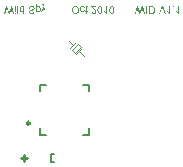
<source format=gbo>
%FSLAX25Y25*%
%MOIN*%
G70*
G01*
G75*
G04 Layer_Color=32896*
%ADD10R,0.12992X0.12992*%
%ADD11O,0.02756X0.00984*%
%ADD12O,0.00984X0.02756*%
%ADD13R,0.02953X0.03543*%
%ADD14R,0.02362X0.02362*%
%ADD15R,0.04134X0.05906*%
%ADD16R,0.02362X0.02362*%
%ADD17R,0.04724X0.02362*%
%ADD18C,0.00600*%
%ADD19C,0.01000*%
%ADD20C,0.00800*%
%ADD21C,0.02000*%
%ADD22R,0.01575X0.00192*%
%ADD23R,0.00353X0.00189*%
%ADD24C,0.03937*%
%ADD25R,0.03937X0.03937*%
%ADD26R,0.03937X0.03937*%
%ADD27C,0.02400*%
%ADD28C,0.04000*%
%ADD29R,0.13000X0.57500*%
%ADD30C,0.04362*%
G04:AMPARAMS|DCode=31|XSize=47.622mil|YSize=47.622mil|CornerRadius=0mil|HoleSize=0mil|Usage=FLASHONLY|Rotation=0.000|XOffset=0mil|YOffset=0mil|HoleType=Round|Shape=Relief|Width=10mil|Gap=4mil|Entries=4|*
%AMTHD31*
7,0,0,0.04762,0.03962,0.01000,45*
%
%ADD31THD31*%
%ADD32C,0.03200*%
G04:AMPARAMS|DCode=33|XSize=36mil|YSize=36mil|CornerRadius=0mil|HoleSize=0mil|Usage=FLASHONLY|Rotation=0.000|XOffset=0mil|YOffset=0mil|HoleType=Round|Shape=Relief|Width=10mil|Gap=4mil|Entries=4|*
%AMTHD33*
7,0,0,0.03600,0.02800,0.01000,45*
%
%ADD33THD33*%
%ADD34R,0.10000X0.04000*%
%ADD35O,0.01181X0.03150*%
%ADD36O,0.03150X0.01181*%
%ADD37R,0.07480X0.04331*%
%ADD38R,0.00503X0.00180*%
%ADD39R,0.00237X0.00346*%
%ADD40R,0.00628X0.00256*%
%ADD41R,0.00542X0.00559*%
%ADD42R,0.00369X0.00562*%
%ADD43C,0.00984*%
%ADD44C,0.00787*%
%ADD45R,0.08992X0.08992*%
%ADD46R,0.13792X0.13792*%
%ADD47O,0.03256X0.01484*%
%ADD48O,0.01484X0.03256*%
%ADD49R,0.03753X0.04343*%
%ADD50R,0.03162X0.03162*%
%ADD51R,0.04934X0.06706*%
%ADD52R,0.03162X0.03162*%
%ADD53R,0.05524X0.03162*%
%ADD54C,0.04737*%
%ADD55R,0.04737X0.04737*%
%ADD56R,0.04737X0.04737*%
%ADD57R,0.10800X0.04800*%
%ADD58O,0.01981X0.03950*%
%ADD59O,0.03950X0.01981*%
%ADD60R,0.08280X0.05131*%
%ADD61C,0.00492*%
G36*
X836690Y422200D02*
X835430D01*
X835473Y422137D01*
X835516Y422087D01*
X835536Y422063D01*
X835551Y422048D01*
X835559Y422036D01*
X835563Y422032D01*
X835582Y422013D01*
X835602Y421993D01*
X835653Y421946D01*
X835715Y421892D01*
X835773Y421837D01*
X835832Y421786D01*
X835879Y421747D01*
X835898Y421732D01*
X835914Y421720D01*
X835922Y421712D01*
X835926Y421708D01*
X835988Y421654D01*
X836043Y421607D01*
X836097Y421560D01*
X836144Y421517D01*
X836187Y421474D01*
X836226Y421439D01*
X836265Y421404D01*
X836296Y421373D01*
X836323Y421346D01*
X836347Y421322D01*
X836382Y421287D01*
X836401Y421264D01*
X836409Y421256D01*
X836460Y421194D01*
X836507Y421139D01*
X836542Y421084D01*
X836569Y421037D01*
X836592Y420998D01*
X836608Y420971D01*
X836616Y420952D01*
X836620Y420944D01*
X836643Y420889D01*
X836659Y420835D01*
X836670Y420784D01*
X836678Y420737D01*
X836682Y420698D01*
X836686Y420667D01*
Y420647D01*
Y420640D01*
X836682Y420585D01*
X836678Y420531D01*
X836651Y420433D01*
X836616Y420347D01*
X836577Y420273D01*
X836538Y420215D01*
X836518Y420191D01*
X836503Y420168D01*
X836487Y420152D01*
X836475Y420141D01*
X836472Y420137D01*
X836468Y420133D01*
X836425Y420098D01*
X836382Y420062D01*
X836335Y420035D01*
X836284Y420012D01*
X836187Y419977D01*
X836093Y419953D01*
X836050Y419942D01*
X836011Y419938D01*
X835976Y419934D01*
X835945Y419930D01*
X835918Y419926D01*
X835883D01*
X835816Y419930D01*
X835754Y419934D01*
X835637Y419957D01*
X835586Y419969D01*
X835536Y419984D01*
X835493Y420004D01*
X835454Y420020D01*
X835419Y420039D01*
X835387Y420055D01*
X835360Y420074D01*
X835337Y420086D01*
X835321Y420098D01*
X835309Y420109D01*
X835302Y420113D01*
X835298Y420117D01*
X835259Y420156D01*
X835227Y420195D01*
X835169Y420285D01*
X835126Y420374D01*
X835095Y420464D01*
X835071Y420542D01*
X835068Y420577D01*
X835060Y420609D01*
X835056Y420632D01*
X835052Y420651D01*
Y420663D01*
Y420667D01*
X835376Y420702D01*
X835384Y420616D01*
X835399Y420542D01*
X835419Y420480D01*
X835446Y420425D01*
X835469Y420382D01*
X835493Y420351D01*
X835508Y420335D01*
X835512Y420328D01*
X835567Y420281D01*
X835625Y420246D01*
X835688Y420222D01*
X835746Y420203D01*
X835797Y420195D01*
X835836Y420191D01*
X835851Y420187D01*
X835875D01*
X835953Y420191D01*
X836023Y420207D01*
X836082Y420226D01*
X836132Y420250D01*
X836171Y420277D01*
X836203Y420296D01*
X836218Y420312D01*
X836226Y420316D01*
X836273Y420367D01*
X836304Y420421D01*
X836327Y420472D01*
X836347Y420523D01*
X836355Y420566D01*
X836359Y420601D01*
X836362Y420624D01*
Y420628D01*
Y420632D01*
X836355Y420698D01*
X836339Y420768D01*
X836316Y420831D01*
X836288Y420889D01*
X836261Y420940D01*
X836238Y420979D01*
X836230Y420995D01*
X836222Y421006D01*
X836214Y421010D01*
Y421014D01*
X836183Y421053D01*
X836148Y421096D01*
X836109Y421139D01*
X836062Y421182D01*
X835968Y421272D01*
X835875Y421361D01*
X835789Y421435D01*
X835750Y421470D01*
X835715Y421498D01*
X835688Y421525D01*
X835668Y421541D01*
X835653Y421552D01*
X835649Y421556D01*
X835555Y421638D01*
X835469Y421712D01*
X835399Y421778D01*
X835341Y421833D01*
X835294Y421880D01*
X835263Y421915D01*
X835243Y421938D01*
X835235Y421942D01*
Y421946D01*
X835185Y422009D01*
X835146Y422067D01*
X835107Y422126D01*
X835079Y422176D01*
X835056Y422223D01*
X835040Y422254D01*
X835032Y422278D01*
X835029Y422282D01*
Y422286D01*
X835017Y422325D01*
X835005Y422364D01*
X835001Y422399D01*
X834997Y422430D01*
X834993Y422457D01*
Y422480D01*
Y422496D01*
Y422500D01*
X836690D01*
Y422200D01*
D02*
G37*
G36*
X859840Y419907D02*
X859497D01*
X858803Y421767D01*
X858775Y421845D01*
X858748Y421923D01*
X858725Y421993D01*
X858705Y422055D01*
X858689Y422110D01*
X858678Y422153D01*
X858674Y422168D01*
X858670Y422180D01*
X858666Y422184D01*
Y422188D01*
X858623Y422040D01*
X858600Y421970D01*
X858576Y421903D01*
X858557Y421849D01*
X858545Y421806D01*
X858537Y421790D01*
X858533Y421778D01*
X858530Y421771D01*
Y421767D01*
X857867Y419907D01*
X857496D01*
X858491Y422469D01*
X858838D01*
X859840Y419907D01*
D02*
G37*
G36*
X852792Y419895D02*
X852448D01*
X852051Y421545D01*
X852023Y421658D01*
X851996Y421763D01*
X851976Y421860D01*
X851957Y421942D01*
X851949Y421977D01*
X851941Y422009D01*
X851937Y422036D01*
X851930Y422059D01*
X851926Y422079D01*
Y422090D01*
X851922Y422098D01*
Y422102D01*
X851895Y421942D01*
X851863Y421782D01*
X851828Y421626D01*
X851813Y421556D01*
X851797Y421490D01*
X851781Y421427D01*
X851770Y421369D01*
X851754Y421318D01*
X851746Y421275D01*
X851735Y421240D01*
X851731Y421217D01*
X851723Y421197D01*
Y421194D01*
X851356Y419895D01*
X850947D01*
X850459Y421626D01*
X850455Y421642D01*
X850452Y421665D01*
X850444Y421697D01*
X850436Y421728D01*
X850416Y421806D01*
X850397Y421888D01*
X850374Y421970D01*
X850366Y422005D01*
X850358Y422036D01*
X850350Y422063D01*
X850346Y422083D01*
X850342Y422098D01*
Y422102D01*
X850323Y422005D01*
X850307Y421911D01*
X850288Y421821D01*
X850272Y421743D01*
X850257Y421677D01*
X850249Y421650D01*
X850245Y421623D01*
X850241Y421607D01*
X850237Y421591D01*
X850233Y421584D01*
Y421580D01*
X849847Y419895D01*
X849500D01*
X850171Y422457D01*
X850526D01*
X851064Y420507D01*
X851076Y420456D01*
X851091Y420406D01*
X851103Y420359D01*
X851115Y420308D01*
X851126Y420269D01*
X851134Y420234D01*
X851142Y420215D01*
Y420207D01*
X851146Y420219D01*
X851150Y420234D01*
X851161Y420277D01*
X851173Y420324D01*
X851189Y420378D01*
X851200Y420425D01*
X851212Y420468D01*
X851216Y420484D01*
X851220Y420495D01*
X851224Y420503D01*
Y420507D01*
X851762Y422457D01*
X852094D01*
X852792Y419895D01*
D02*
G37*
G36*
X832146Y422539D02*
X832201Y422535D01*
X832299Y422516D01*
X832388Y422484D01*
X832462Y422453D01*
X832521Y422422D01*
X832544Y422406D01*
X832568Y422391D01*
X832583Y422379D01*
X832595Y422371D01*
X832599Y422364D01*
X832603D01*
X832673Y422289D01*
X832732Y422211D01*
X832778Y422126D01*
X832813Y422048D01*
X832837Y421974D01*
X832845Y421942D01*
X832852Y421915D01*
X832856Y421896D01*
X832860Y421880D01*
X832864Y421868D01*
Y421864D01*
X832556Y421821D01*
X832540Y421903D01*
X832517Y421977D01*
X832490Y422036D01*
X832462Y422087D01*
X832439Y422126D01*
X832416Y422149D01*
X832400Y422168D01*
X832396Y422172D01*
X832349Y422211D01*
X832299Y422239D01*
X832244Y422258D01*
X832197Y422270D01*
X832154Y422278D01*
X832119Y422286D01*
X832088D01*
X832045Y422282D01*
X832006Y422278D01*
X831936Y422258D01*
X831870Y422231D01*
X831819Y422200D01*
X831776Y422172D01*
X831745Y422145D01*
X831725Y422126D01*
X831717Y422118D01*
X831694Y422083D01*
X831671Y422044D01*
X831636Y421962D01*
X831612Y421868D01*
X831597Y421778D01*
X831585Y421700D01*
X831581Y421665D01*
Y421634D01*
X831577Y421607D01*
Y421587D01*
Y421576D01*
Y421572D01*
Y421505D01*
X831585Y421443D01*
X831589Y421385D01*
X831600Y421330D01*
X831612Y421283D01*
X831624Y421236D01*
X831636Y421197D01*
X831651Y421162D01*
X831663Y421131D01*
X831675Y421104D01*
X831686Y421080D01*
X831698Y421061D01*
X831710Y421049D01*
X831714Y421037D01*
X831721Y421030D01*
X831749Y420998D01*
X831780Y420971D01*
X831846Y420932D01*
X831909Y420901D01*
X831971Y420878D01*
X832026Y420866D01*
X832069Y420862D01*
X832084Y420858D01*
X832108D01*
X832162Y420862D01*
X832217Y420874D01*
X832260Y420889D01*
X832299Y420905D01*
X832330Y420924D01*
X832353Y420940D01*
X832369Y420952D01*
X832373Y420956D01*
X832412Y420995D01*
X832443Y421037D01*
X832470Y421084D01*
X832494Y421131D01*
X832509Y421174D01*
X832521Y421205D01*
X832525Y421229D01*
X832529Y421233D01*
Y421236D01*
X832833Y421190D01*
X832806Y421092D01*
X832771Y421002D01*
X832732Y420928D01*
X832689Y420866D01*
X832650Y420819D01*
X832618Y420784D01*
X832595Y420764D01*
X832591Y420757D01*
X832587D01*
X832513Y420706D01*
X832431Y420667D01*
X832345Y420640D01*
X832267Y420620D01*
X832197Y420609D01*
X832170Y420605D01*
X832143D01*
X832123Y420601D01*
X832092D01*
X832006Y420605D01*
X831924Y420616D01*
X831846Y420636D01*
X831784Y420655D01*
X831729Y420679D01*
X831686Y420694D01*
X831671Y420702D01*
X831659Y420710D01*
X831655Y420714D01*
X831651D01*
X831581Y420761D01*
X831519Y420815D01*
X831468Y420870D01*
X831425Y420924D01*
X831394Y420975D01*
X831370Y421014D01*
X831363Y421030D01*
X831355Y421041D01*
X831351Y421049D01*
Y421053D01*
X831320Y421139D01*
X831296Y421233D01*
X831277Y421318D01*
X831265Y421400D01*
X831257Y421474D01*
Y421502D01*
X831253Y421529D01*
Y421548D01*
Y421568D01*
Y421576D01*
Y421580D01*
X831257Y421665D01*
X831265Y421743D01*
X831273Y421821D01*
X831289Y421888D01*
X831308Y421954D01*
X831328Y422013D01*
X831347Y422067D01*
X831370Y422114D01*
X831390Y422157D01*
X831409Y422192D01*
X831429Y422223D01*
X831448Y422250D01*
X831464Y422270D01*
X831472Y422286D01*
X831480Y422293D01*
X831483Y422297D01*
X831530Y422340D01*
X831577Y422379D01*
X831624Y422410D01*
X831675Y422438D01*
X831725Y422461D01*
X831776Y422484D01*
X831874Y422512D01*
X831920Y422523D01*
X831959Y422531D01*
X831998Y422535D01*
X832030Y422539D01*
X832057Y422543D01*
X832092D01*
X832146Y422539D01*
D02*
G37*
G36*
X840200Y419926D02*
X839993D01*
X839958Y419988D01*
X839915Y420051D01*
X839869Y420109D01*
X839822Y420164D01*
X839779Y420207D01*
X839744Y420242D01*
X839720Y420265D01*
X839716Y420269D01*
X839713Y420273D01*
X839638Y420335D01*
X839560Y420394D01*
X839482Y420445D01*
X839412Y420488D01*
X839350Y420523D01*
X839322Y420534D01*
X839299Y420546D01*
X839283Y420558D01*
X839268Y420566D01*
X839260Y420570D01*
X839256D01*
Y420878D01*
X839311Y420854D01*
X839369Y420827D01*
X839424Y420803D01*
X839475Y420776D01*
X839517Y420753D01*
X839553Y420733D01*
X839576Y420718D01*
X839580Y420714D01*
X839584D01*
X839650Y420675D01*
X839709Y420632D01*
X839759Y420597D01*
X839802Y420562D01*
X839837Y420534D01*
X839865Y420515D01*
X839880Y420499D01*
X839884Y420495D01*
Y422500D01*
X840200D01*
Y419926D01*
D02*
G37*
G36*
X841939Y422535D02*
X842029Y422519D01*
X842107Y422496D01*
X842177Y422469D01*
X842228Y422441D01*
X842271Y422418D01*
X842283Y422406D01*
X842294Y422402D01*
X842298Y422395D01*
X842302D01*
X842368Y422332D01*
X842423Y422262D01*
X842470Y422192D01*
X842509Y422122D01*
X842540Y422059D01*
X842552Y422036D01*
X842563Y422013D01*
X842571Y421993D01*
X842575Y421977D01*
X842579Y421970D01*
Y421966D01*
X842595Y421911D01*
X842610Y421856D01*
X842634Y421736D01*
X842649Y421615D01*
X842661Y421498D01*
X842665Y421443D01*
X842669Y421392D01*
Y421349D01*
X842673Y421311D01*
Y421279D01*
Y421256D01*
Y421240D01*
Y421236D01*
X842669Y421100D01*
Y421041D01*
X842665Y420983D01*
X842661Y420928D01*
X842653Y420878D01*
X842649Y420835D01*
X842645Y420792D01*
X842638Y420757D01*
X842634Y420722D01*
X842630Y420694D01*
X842622Y420675D01*
X842618Y420655D01*
Y420644D01*
X842614Y420636D01*
Y420632D01*
X842591Y420550D01*
X842563Y420476D01*
X842536Y420410D01*
X842513Y420355D01*
X842489Y420312D01*
X842470Y420277D01*
X842458Y420258D01*
X842454Y420250D01*
X842415Y420195D01*
X842372Y420148D01*
X842329Y420105D01*
X842290Y420070D01*
X842251Y420047D01*
X842224Y420027D01*
X842205Y420016D01*
X842197Y420012D01*
X842138Y419984D01*
X842076Y419961D01*
X842013Y419945D01*
X841959Y419938D01*
X841912Y419930D01*
X841873Y419926D01*
X841838D01*
X841737Y419934D01*
X841647Y419949D01*
X841565Y419973D01*
X841499Y420000D01*
X841444Y420031D01*
X841405Y420055D01*
X841389Y420062D01*
X841378Y420070D01*
X841374Y420078D01*
X841370D01*
X841304Y420141D01*
X841249Y420207D01*
X841202Y420277D01*
X841163Y420347D01*
X841132Y420410D01*
X841120Y420437D01*
X841113Y420460D01*
X841105Y420480D01*
X841097Y420495D01*
X841093Y420503D01*
Y420507D01*
X841078Y420562D01*
X841062Y420616D01*
X841042Y420737D01*
X841027Y420858D01*
X841015Y420975D01*
X841011Y421030D01*
X841007Y421080D01*
Y421123D01*
X841003Y421162D01*
Y421194D01*
Y421217D01*
Y421233D01*
Y421236D01*
X841007Y421365D01*
X841015Y421490D01*
X841027Y421599D01*
X841042Y421704D01*
X841062Y421798D01*
X841081Y421884D01*
X841105Y421962D01*
X841128Y422028D01*
X841152Y422090D01*
X841175Y422141D01*
X841195Y422184D01*
X841214Y422219D01*
X841230Y422247D01*
X841241Y422266D01*
X841249Y422278D01*
X841253Y422282D01*
X841296Y422328D01*
X841339Y422367D01*
X841386Y422402D01*
X841436Y422434D01*
X841483Y422457D01*
X841534Y422480D01*
X841627Y422512D01*
X841670Y422519D01*
X841709Y422527D01*
X841744Y422535D01*
X841776Y422539D01*
X841803Y422543D01*
X841838D01*
X841939Y422535D01*
D02*
G37*
G36*
X864188Y419895D02*
X863982D01*
X863947Y419957D01*
X863904Y420020D01*
X863857Y420078D01*
X863810Y420133D01*
X863767Y420176D01*
X863732Y420211D01*
X863709Y420234D01*
X863705Y420238D01*
X863701Y420242D01*
X863627Y420304D01*
X863549Y420363D01*
X863471Y420413D01*
X863401Y420456D01*
X863338Y420492D01*
X863311Y420503D01*
X863288Y420515D01*
X863272Y420527D01*
X863256Y420534D01*
X863249Y420538D01*
X863245D01*
Y420846D01*
X863299Y420823D01*
X863358Y420796D01*
X863412Y420772D01*
X863463Y420745D01*
X863506Y420722D01*
X863541Y420702D01*
X863564Y420686D01*
X863568Y420683D01*
X863572D01*
X863639Y420644D01*
X863697Y420601D01*
X863748Y420566D01*
X863791Y420531D01*
X863826Y420503D01*
X863853Y420484D01*
X863869Y420468D01*
X863873Y420464D01*
Y422469D01*
X864188D01*
Y419895D01*
D02*
G37*
G36*
X861205D02*
X860998D01*
X860963Y419957D01*
X860920Y420020D01*
X860874Y420078D01*
X860827Y420133D01*
X860784Y420176D01*
X860749Y420211D01*
X860725Y420234D01*
X860721Y420238D01*
X860717Y420242D01*
X860643Y420304D01*
X860565Y420363D01*
X860487Y420413D01*
X860417Y420456D01*
X860355Y420492D01*
X860328Y420503D01*
X860304Y420515D01*
X860289Y420527D01*
X860273Y420534D01*
X860265Y420538D01*
X860261D01*
Y420846D01*
X860316Y420823D01*
X860374Y420796D01*
X860429Y420772D01*
X860480Y420745D01*
X860522Y420722D01*
X860558Y420702D01*
X860581Y420686D01*
X860585Y420683D01*
X860589D01*
X860655Y420644D01*
X860714Y420601D01*
X860764Y420566D01*
X860807Y420531D01*
X860842Y420503D01*
X860870Y420484D01*
X860885Y420468D01*
X860889Y420464D01*
Y422469D01*
X861205D01*
Y419895D01*
D02*
G37*
G36*
X862543Y422110D02*
X862184D01*
Y422469D01*
X862543D01*
Y422110D01*
D02*
G37*
G36*
X837961Y422535D02*
X838051Y422519D01*
X838129Y422496D01*
X838199Y422469D01*
X838250Y422441D01*
X838293Y422418D01*
X838305Y422406D01*
X838316Y422402D01*
X838320Y422395D01*
X838324D01*
X838390Y422332D01*
X838445Y422262D01*
X838492Y422192D01*
X838531Y422122D01*
X838562Y422059D01*
X838574Y422036D01*
X838585Y422013D01*
X838593Y421993D01*
X838597Y421977D01*
X838601Y421970D01*
Y421966D01*
X838617Y421911D01*
X838632Y421856D01*
X838656Y421736D01*
X838671Y421615D01*
X838683Y421498D01*
X838687Y421443D01*
X838691Y421392D01*
Y421349D01*
X838695Y421311D01*
Y421279D01*
Y421256D01*
Y421240D01*
Y421236D01*
X838691Y421100D01*
Y421041D01*
X838687Y420983D01*
X838683Y420928D01*
X838675Y420878D01*
X838671Y420835D01*
X838667Y420792D01*
X838659Y420757D01*
X838656Y420722D01*
X838652Y420694D01*
X838644Y420675D01*
X838640Y420655D01*
Y420644D01*
X838636Y420636D01*
Y420632D01*
X838613Y420550D01*
X838585Y420476D01*
X838558Y420410D01*
X838535Y420355D01*
X838511Y420312D01*
X838492Y420277D01*
X838480Y420258D01*
X838476Y420250D01*
X838437Y420195D01*
X838394Y420148D01*
X838351Y420105D01*
X838312Y420070D01*
X838273Y420047D01*
X838246Y420027D01*
X838227Y420016D01*
X838219Y420012D01*
X838160Y419984D01*
X838098Y419961D01*
X838035Y419945D01*
X837981Y419938D01*
X837934Y419930D01*
X837895Y419926D01*
X837860D01*
X837759Y419934D01*
X837669Y419949D01*
X837587Y419973D01*
X837521Y420000D01*
X837466Y420031D01*
X837427Y420055D01*
X837411Y420062D01*
X837400Y420070D01*
X837396Y420078D01*
X837392D01*
X837326Y420141D01*
X837271Y420207D01*
X837224Y420277D01*
X837185Y420347D01*
X837154Y420410D01*
X837142Y420437D01*
X837135Y420460D01*
X837127Y420480D01*
X837119Y420495D01*
X837115Y420503D01*
Y420507D01*
X837099Y420562D01*
X837084Y420616D01*
X837064Y420737D01*
X837049Y420858D01*
X837037Y420975D01*
X837033Y421030D01*
X837029Y421080D01*
Y421123D01*
X837025Y421162D01*
Y421194D01*
Y421217D01*
Y421233D01*
Y421236D01*
X837029Y421365D01*
X837037Y421490D01*
X837049Y421599D01*
X837064Y421704D01*
X837084Y421798D01*
X837103Y421884D01*
X837127Y421962D01*
X837150Y422028D01*
X837174Y422090D01*
X837197Y422141D01*
X837216Y422184D01*
X837236Y422219D01*
X837252Y422247D01*
X837263Y422266D01*
X837271Y422278D01*
X837275Y422282D01*
X837318Y422328D01*
X837361Y422367D01*
X837408Y422402D01*
X837458Y422434D01*
X837505Y422457D01*
X837556Y422480D01*
X837649Y422512D01*
X837692Y422519D01*
X837731Y422527D01*
X837766Y422535D01*
X837798Y422539D01*
X837825Y422543D01*
X837860D01*
X837961Y422535D01*
D02*
G37*
G36*
X829846D02*
X829963Y422519D01*
X830068Y422492D01*
X830157Y422465D01*
X830200Y422449D01*
X830235Y422438D01*
X830267Y422422D01*
X830294Y422410D01*
X830317Y422402D01*
X830333Y422395D01*
X830341Y422387D01*
X830345D01*
X830446Y422321D01*
X830536Y422247D01*
X830614Y422168D01*
X830676Y422094D01*
X830723Y422028D01*
X830742Y421997D01*
X830762Y421974D01*
X830774Y421950D01*
X830781Y421935D01*
X830789Y421927D01*
Y421923D01*
X830844Y421806D01*
X830883Y421685D01*
X830910Y421568D01*
X830930Y421459D01*
X830937Y421408D01*
X830941Y421365D01*
X830945Y421326D01*
Y421291D01*
X830949Y421264D01*
Y421240D01*
Y421229D01*
Y421225D01*
X830941Y421084D01*
X830926Y420956D01*
X830902Y420839D01*
X830887Y420788D01*
X830875Y420737D01*
X830859Y420694D01*
X830844Y420655D01*
X830832Y420620D01*
X830820Y420593D01*
X830813Y420570D01*
X830805Y420554D01*
X830797Y420542D01*
Y420538D01*
X830735Y420429D01*
X830668Y420335D01*
X830594Y420254D01*
X830524Y420187D01*
X830462Y420137D01*
X830434Y420113D01*
X830411Y420098D01*
X830392Y420082D01*
X830376Y420074D01*
X830368Y420066D01*
X830364D01*
X830310Y420035D01*
X830255Y420008D01*
X830146Y419969D01*
X830037Y419938D01*
X829939Y419914D01*
X829892Y419910D01*
X829853Y419903D01*
X829814Y419899D01*
X829783D01*
X829760Y419895D01*
X829725D01*
X829627Y419899D01*
X829530Y419910D01*
X829440Y419930D01*
X829358Y419949D01*
X829280Y419981D01*
X829206Y420008D01*
X829140Y420043D01*
X829077Y420074D01*
X829023Y420109D01*
X828976Y420144D01*
X828937Y420172D01*
X828902Y420199D01*
X828874Y420222D01*
X828855Y420242D01*
X828843Y420254D01*
X828839Y420258D01*
X828781Y420328D01*
X828726Y420402D01*
X828683Y420484D01*
X828644Y420566D01*
X828609Y420647D01*
X828582Y420729D01*
X828562Y420811D01*
X828543Y420889D01*
X828527Y420967D01*
X828520Y421034D01*
X828512Y421096D01*
X828504Y421151D01*
Y421194D01*
X828500Y421229D01*
Y421248D01*
Y421256D01*
X828508Y421381D01*
X828523Y421498D01*
X828547Y421607D01*
X828559Y421654D01*
X828574Y421700D01*
X828586Y421743D01*
X828598Y421782D01*
X828609Y421814D01*
X828621Y421841D01*
X828633Y421864D01*
X828636Y421880D01*
X828644Y421892D01*
Y421896D01*
X828707Y422001D01*
X828773Y422098D01*
X828847Y422176D01*
X828917Y422247D01*
X828980Y422301D01*
X829007Y422321D01*
X829030Y422340D01*
X829050Y422352D01*
X829066Y422364D01*
X829073Y422367D01*
X829077Y422371D01*
X829132Y422402D01*
X829186Y422426D01*
X829300Y422469D01*
X829409Y422500D01*
X829506Y422519D01*
X829553Y422527D01*
X829596Y422535D01*
X829631Y422539D01*
X829662D01*
X829690Y422543D01*
X829725D01*
X829846Y422535D01*
D02*
G37*
G36*
X809888Y420644D02*
X809572D01*
Y422500D01*
X809888D01*
Y420644D01*
D02*
G37*
G36*
X816846Y422313D02*
X816877Y422348D01*
X816912Y422383D01*
X816943Y422410D01*
X816978Y422434D01*
X817006Y422453D01*
X817029Y422469D01*
X817045Y422477D01*
X817049Y422480D01*
X817095Y422500D01*
X817146Y422516D01*
X817193Y422527D01*
X817236Y422535D01*
X817275Y422539D01*
X817302Y422543D01*
X817330D01*
X817408Y422539D01*
X817486Y422523D01*
X817552Y422504D01*
X817614Y422480D01*
X817665Y422461D01*
X817704Y422441D01*
X817719Y422434D01*
X817731Y422426D01*
X817735Y422422D01*
X817739D01*
X817809Y422371D01*
X817868Y422317D01*
X817918Y422258D01*
X817961Y422204D01*
X817992Y422153D01*
X818016Y422114D01*
X818024Y422098D01*
X818032Y422087D01*
X818035Y422079D01*
Y422075D01*
X818071Y421985D01*
X818098Y421896D01*
X818113Y421810D01*
X818129Y421732D01*
X818137Y421662D01*
Y421634D01*
X818141Y421607D01*
Y421587D01*
Y421572D01*
Y421564D01*
Y421560D01*
X818137Y421463D01*
X818125Y421373D01*
X818110Y421291D01*
X818094Y421217D01*
X818078Y421158D01*
X818071Y421131D01*
X818063Y421112D01*
X818055Y421096D01*
X818051Y421084D01*
X818047Y421076D01*
Y421073D01*
X818008Y420991D01*
X817965Y420924D01*
X817918Y420862D01*
X817875Y420815D01*
X817833Y420776D01*
X817801Y420749D01*
X817778Y420729D01*
X817774Y420725D01*
X817770D01*
X817700Y420683D01*
X817630Y420651D01*
X817560Y420632D01*
X817493Y420616D01*
X817439Y420609D01*
X817392Y420601D01*
X817353D01*
X817287Y420605D01*
X817228Y420612D01*
X817177Y420624D01*
X817131Y420636D01*
X817095Y420651D01*
X817068Y420663D01*
X817053Y420671D01*
X817045Y420675D01*
X816998Y420702D01*
X816955Y420737D01*
X816916Y420772D01*
X816885Y420807D01*
X816858Y420839D01*
X816834Y420862D01*
X816823Y420878D01*
X816819Y420885D01*
Y420644D01*
X816530D01*
Y423210D01*
X816846D01*
Y422313D01*
D02*
G37*
G36*
X809292Y419938D02*
X808948D01*
X808551Y421587D01*
X808523Y421700D01*
X808496Y421806D01*
X808477Y421903D01*
X808457Y421985D01*
X808449Y422020D01*
X808441Y422051D01*
X808438Y422079D01*
X808430Y422102D01*
X808426Y422122D01*
Y422133D01*
X808422Y422141D01*
Y422145D01*
X808395Y421985D01*
X808363Y421825D01*
X808328Y421669D01*
X808313Y421599D01*
X808297Y421533D01*
X808282Y421470D01*
X808270Y421412D01*
X808254Y421361D01*
X808246Y421318D01*
X808235Y421283D01*
X808231Y421260D01*
X808223Y421240D01*
Y421236D01*
X807856Y419938D01*
X807447D01*
X806959Y421669D01*
X806956Y421685D01*
X806952Y421708D01*
X806944Y421739D01*
X806936Y421771D01*
X806917Y421849D01*
X806897Y421931D01*
X806874Y422013D01*
X806866Y422048D01*
X806858Y422079D01*
X806850Y422106D01*
X806846Y422126D01*
X806842Y422141D01*
Y422145D01*
X806823Y422048D01*
X806807Y421954D01*
X806788Y421864D01*
X806772Y421786D01*
X806757Y421720D01*
X806749Y421693D01*
X806745Y421665D01*
X806741Y421650D01*
X806737Y421634D01*
X806733Y421626D01*
Y421623D01*
X806347Y419938D01*
X806000D01*
X806671Y422500D01*
X807026D01*
X807564Y420550D01*
X807576Y420499D01*
X807591Y420449D01*
X807603Y420402D01*
X807615Y420351D01*
X807626Y420312D01*
X807634Y420277D01*
X807642Y420258D01*
Y420250D01*
X807646Y420261D01*
X807650Y420277D01*
X807661Y420320D01*
X807673Y420367D01*
X807689Y420421D01*
X807700Y420468D01*
X807712Y420511D01*
X807716Y420527D01*
X807720Y420538D01*
X807724Y420546D01*
Y420550D01*
X808262Y422500D01*
X808593D01*
X809292Y419938D01*
D02*
G37*
G36*
X853509Y419895D02*
X853170D01*
Y422457D01*
X853509D01*
Y419895D01*
D02*
G37*
G36*
X855112Y422453D02*
X855190Y422449D01*
X855260Y422441D01*
X855319Y422434D01*
X855369Y422426D01*
X855405Y422422D01*
X855428Y422414D01*
X855436D01*
X855502Y422395D01*
X855561Y422375D01*
X855611Y422356D01*
X855654Y422336D01*
X855689Y422317D01*
X855717Y422301D01*
X855736Y422293D01*
X855740Y422289D01*
X855787Y422254D01*
X855830Y422215D01*
X855873Y422176D01*
X855904Y422141D01*
X855935Y422106D01*
X855954Y422079D01*
X855970Y422063D01*
X855974Y422055D01*
X856013Y421997D01*
X856048Y421935D01*
X856079Y421872D01*
X856103Y421814D01*
X856122Y421759D01*
X856138Y421720D01*
X856142Y421704D01*
X856146Y421693D01*
X856149Y421685D01*
Y421681D01*
X856173Y421595D01*
X856188Y421505D01*
X856204Y421416D01*
X856212Y421338D01*
X856216Y421268D01*
Y421236D01*
X856220Y421213D01*
Y421190D01*
Y421174D01*
Y421166D01*
Y421162D01*
X856216Y421037D01*
X856204Y420924D01*
X856188Y420823D01*
X856177Y420776D01*
X856169Y420733D01*
X856161Y420694D01*
X856149Y420659D01*
X856142Y420628D01*
X856134Y420605D01*
X856126Y420585D01*
X856122Y420570D01*
X856118Y420562D01*
Y420558D01*
X856075Y420460D01*
X856029Y420374D01*
X855978Y420300D01*
X855927Y420238D01*
X855884Y420187D01*
X855849Y420148D01*
X855822Y420125D01*
X855818Y420117D01*
X855814D01*
X855752Y420070D01*
X855689Y420031D01*
X855627Y420000D01*
X855568Y419977D01*
X855518Y419957D01*
X855475Y419945D01*
X855459Y419938D01*
X855451D01*
X855444Y419934D01*
X855440D01*
X855377Y419922D01*
X855303Y419910D01*
X855225Y419903D01*
X855155Y419899D01*
X855089Y419895D01*
X854106D01*
Y422457D01*
X855026D01*
X855112Y422453D01*
D02*
G37*
G36*
X818765Y423249D02*
X818812Y423241D01*
X818858Y423229D01*
X818893Y423214D01*
X818925Y423202D01*
X818948Y423190D01*
X818964Y423182D01*
X818968Y423179D01*
X819007Y423147D01*
X819046Y423112D01*
X819077Y423073D01*
X819108Y423038D01*
X819131Y423003D01*
X819147Y422976D01*
X819159Y422960D01*
X819162Y422952D01*
X819174Y422929D01*
X819190Y422902D01*
X819217Y422835D01*
X819244Y422769D01*
X819276Y422699D01*
X819299Y422633D01*
X819311Y422605D01*
X819318Y422582D01*
X819326Y422558D01*
X819334Y422543D01*
X819338Y422535D01*
Y422531D01*
X820040Y420644D01*
X819728D01*
X819330Y421728D01*
X819303Y421806D01*
X819279Y421880D01*
X819256Y421950D01*
X819237Y422013D01*
X819221Y422063D01*
X819213Y422106D01*
X819205Y422122D01*
Y422133D01*
X819201Y422137D01*
Y422141D01*
X819178Y422059D01*
X819155Y421981D01*
X819131Y421907D01*
X819112Y421845D01*
X819092Y421790D01*
X819077Y421747D01*
X819073Y421732D01*
X819069Y421720D01*
X819065Y421716D01*
Y421712D01*
X818679Y420644D01*
X818344D01*
X819049Y422504D01*
X819038Y422539D01*
X819026Y422562D01*
X819022Y422578D01*
X819018Y422582D01*
X818995Y422644D01*
X818975Y422699D01*
X818960Y422738D01*
X818948Y422769D01*
X818936Y422792D01*
X818929Y422804D01*
X818925Y422812D01*
Y422816D01*
X818890Y422859D01*
X818854Y422890D01*
X818843Y422902D01*
X818831Y422909D01*
X818823Y422917D01*
X818819D01*
X818796Y422929D01*
X818769Y422937D01*
X818714Y422949D01*
X818687D01*
X818671Y422952D01*
X818652D01*
X818589Y422949D01*
X818535Y422937D01*
X818507Y422929D01*
X818488Y422925D01*
X818476Y422921D01*
X818472D01*
X818507Y423214D01*
X818585Y423237D01*
X818620Y423245D01*
X818652Y423249D01*
X818675D01*
X818694Y423253D01*
X818710D01*
X818765Y423249D01*
D02*
G37*
G36*
X815263Y422539D02*
X815352Y422527D01*
X815438Y422512D01*
X815508Y422492D01*
X815571Y422477D01*
X815594Y422469D01*
X815613Y422461D01*
X815629Y422453D01*
X815641Y422449D01*
X815649Y422445D01*
X815652D01*
X815730Y422402D01*
X815801Y422360D01*
X815859Y422313D01*
X815906Y422266D01*
X815945Y422227D01*
X815968Y422196D01*
X815988Y422172D01*
X815992Y422165D01*
X816031Y422098D01*
X816058Y422028D01*
X816082Y421962D01*
X816093Y421903D01*
X816101Y421853D01*
X816109Y421814D01*
Y421798D01*
Y421786D01*
Y421782D01*
Y421778D01*
X816105Y421704D01*
X816093Y421634D01*
X816074Y421572D01*
X816054Y421521D01*
X816035Y421474D01*
X816015Y421443D01*
X816004Y421424D01*
X816000Y421416D01*
X815957Y421361D01*
X815906Y421311D01*
X815851Y421264D01*
X815797Y421225D01*
X815746Y421197D01*
X815707Y421174D01*
X815691Y421166D01*
X815684Y421158D01*
X815676Y421154D01*
X815672D01*
X815641Y421143D01*
X815602Y421127D01*
X815563Y421112D01*
X815516Y421100D01*
X815422Y421073D01*
X815329Y421045D01*
X815243Y421026D01*
X815204Y421014D01*
X815169Y421006D01*
X815142Y420998D01*
X815122Y420995D01*
X815106Y420991D01*
X815103D01*
X815028Y420971D01*
X814962Y420956D01*
X814904Y420940D01*
X814849Y420921D01*
X814802Y420905D01*
X814763Y420893D01*
X814728Y420878D01*
X814697Y420862D01*
X814670Y420850D01*
X814646Y420843D01*
X814631Y420831D01*
X814619Y420823D01*
X814600Y420811D01*
X814596Y420807D01*
X814564Y420772D01*
X814541Y420737D01*
X814522Y420698D01*
X814510Y420663D01*
X814502Y420632D01*
X814498Y420605D01*
Y420589D01*
Y420581D01*
X814506Y420523D01*
X814522Y420472D01*
X814541Y420425D01*
X814568Y420386D01*
X814592Y420351D01*
X814615Y420328D01*
X814631Y420312D01*
X814635Y420308D01*
X814662Y420289D01*
X814693Y420269D01*
X814763Y420242D01*
X814837Y420222D01*
X814911Y420211D01*
X814978Y420199D01*
X815009D01*
X815032Y420195D01*
X815083D01*
X815188Y420199D01*
X815278Y420215D01*
X815356Y420234D01*
X815419Y420258D01*
X815465Y420281D01*
X815500Y420300D01*
X815520Y420316D01*
X815528Y420320D01*
X815578Y420371D01*
X815621Y420429D01*
X815652Y420488D01*
X815676Y420546D01*
X815691Y420601D01*
X815699Y420644D01*
X815703Y420659D01*
X815707Y420671D01*
Y420679D01*
Y420683D01*
X816031Y420659D01*
X816023Y420577D01*
X816007Y420503D01*
X815984Y420433D01*
X815961Y420374D01*
X815941Y420328D01*
X815922Y420289D01*
X815906Y420265D01*
X815902Y420258D01*
X815855Y420195D01*
X815801Y420141D01*
X815746Y420094D01*
X815691Y420055D01*
X815641Y420027D01*
X815602Y420004D01*
X815586Y419996D01*
X815574Y419992D01*
X815571Y419988D01*
X815567D01*
X815485Y419957D01*
X815399Y419934D01*
X815313Y419918D01*
X815235Y419907D01*
X815169Y419899D01*
X815142D01*
X815114Y419895D01*
X815067D01*
X814974Y419899D01*
X814884Y419910D01*
X814806Y419922D01*
X814736Y419938D01*
X814681Y419957D01*
X814658Y419965D01*
X814639Y419969D01*
X814619Y419977D01*
X814607Y419981D01*
X814603Y419984D01*
X814600D01*
X814525Y420020D01*
X814459Y420062D01*
X814404Y420105D01*
X814362Y420144D01*
X814326Y420183D01*
X814299Y420215D01*
X814284Y420234D01*
X814280Y420238D01*
Y420242D01*
X814245Y420304D01*
X814217Y420371D01*
X814198Y420429D01*
X814186Y420488D01*
X814178Y420534D01*
X814170Y420570D01*
Y420585D01*
Y420597D01*
Y420601D01*
Y420605D01*
X814174Y420667D01*
X814186Y420729D01*
X814198Y420784D01*
X814217Y420831D01*
X814233Y420870D01*
X814245Y420897D01*
X814256Y420917D01*
X814260Y420924D01*
X814299Y420975D01*
X814342Y421022D01*
X814385Y421061D01*
X814432Y421096D01*
X814471Y421123D01*
X814502Y421143D01*
X814525Y421158D01*
X814529Y421162D01*
X814533D01*
X814561Y421178D01*
X814596Y421190D01*
X814670Y421217D01*
X814752Y421244D01*
X814834Y421272D01*
X814908Y421291D01*
X814939Y421299D01*
X814966Y421307D01*
X814989Y421314D01*
X815009Y421318D01*
X815021Y421322D01*
X815025D01*
X815087Y421338D01*
X815145Y421353D01*
X815200Y421365D01*
X815247Y421377D01*
X815286Y421388D01*
X815325Y421400D01*
X815356Y421408D01*
X815387Y421416D01*
X815411Y421424D01*
X815430Y421431D01*
X815461Y421439D01*
X815477Y421443D01*
X815481Y421447D01*
X815536Y421470D01*
X815586Y421498D01*
X815625Y421521D01*
X815656Y421545D01*
X815680Y421568D01*
X815699Y421584D01*
X815707Y421595D01*
X815711Y421599D01*
X815734Y421634D01*
X815750Y421669D01*
X815766Y421704D01*
X815773Y421739D01*
X815777Y421767D01*
X815781Y421790D01*
Y421806D01*
Y421810D01*
X815777Y421853D01*
X815769Y421892D01*
X815758Y421931D01*
X815746Y421962D01*
X815730Y421989D01*
X815719Y422009D01*
X815711Y422024D01*
X815707Y422028D01*
X815676Y422063D01*
X815641Y422094D01*
X815606Y422122D01*
X815567Y422145D01*
X815536Y422165D01*
X815508Y422176D01*
X815493Y422184D01*
X815485Y422188D01*
X815426Y422207D01*
X815368Y422219D01*
X815313Y422231D01*
X815259Y422235D01*
X815216Y422239D01*
X815177Y422243D01*
X815145D01*
X815067Y422239D01*
X814993Y422231D01*
X814923Y422219D01*
X814869Y422204D01*
X814818Y422192D01*
X814783Y422180D01*
X814759Y422172D01*
X814756Y422168D01*
X814752D01*
X814693Y422137D01*
X814639Y422106D01*
X814596Y422071D01*
X814561Y422040D01*
X814529Y422013D01*
X814510Y421989D01*
X814498Y421974D01*
X814494Y421970D01*
X814467Y421919D01*
X814443Y421868D01*
X814428Y421814D01*
X814412Y421763D01*
X814404Y421716D01*
X814397Y421681D01*
X814393Y421658D01*
Y421654D01*
Y421650D01*
X814073Y421677D01*
X814081Y421771D01*
X814096Y421856D01*
X814120Y421938D01*
X814143Y422005D01*
X814167Y422063D01*
X814178Y422087D01*
X814190Y422106D01*
X814198Y422122D01*
X814206Y422133D01*
X814209Y422137D01*
Y422141D01*
X814264Y422211D01*
X814326Y422274D01*
X814385Y422325D01*
X814447Y422367D01*
X814498Y422402D01*
X814541Y422426D01*
X814557Y422434D01*
X814568Y422441D01*
X814576Y422445D01*
X814580D01*
X814674Y422477D01*
X814771Y422500D01*
X814869Y422519D01*
X814958Y422531D01*
X815001Y422535D01*
X815040Y422539D01*
X815075D01*
X815103Y422543D01*
X815161D01*
X815263Y422539D01*
D02*
G37*
G36*
X833706Y422519D02*
X833745Y422516D01*
X833781Y422508D01*
X833816Y422504D01*
X833839Y422500D01*
X833855Y422496D01*
X833862D01*
X833820Y422219D01*
X833761Y422227D01*
X833738D01*
X833718Y422231D01*
X833679D01*
X833632Y422227D01*
X833597Y422219D01*
X833578Y422215D01*
X833570Y422211D01*
X833547Y422192D01*
X833531Y422172D01*
X833523Y422157D01*
X833519Y422149D01*
X833515Y422129D01*
X833512Y422106D01*
X833508Y422048D01*
X833504Y422020D01*
Y421997D01*
Y421981D01*
Y421977D01*
Y420889D01*
X833820D01*
Y420644D01*
X833504D01*
Y419996D01*
X833188Y420187D01*
Y420644D01*
X832954D01*
Y420889D01*
X833188D01*
Y421958D01*
Y422009D01*
Y422055D01*
X833192Y422098D01*
Y422137D01*
X833196Y422172D01*
X833200Y422200D01*
X833207Y422250D01*
X833211Y422289D01*
X833219Y422313D01*
X833223Y422328D01*
Y422332D01*
X833239Y422364D01*
X833262Y422391D01*
X833281Y422414D01*
X833305Y422434D01*
X833324Y422449D01*
X833340Y422461D01*
X833352Y422469D01*
X833356Y422473D01*
X833395Y422488D01*
X833437Y422500D01*
X833484Y422512D01*
X833527Y422516D01*
X833566Y422519D01*
X833597Y422523D01*
X833625D01*
X833706Y422519D01*
D02*
G37*
G36*
X809888Y419938D02*
X809572D01*
Y420296D01*
X809888D01*
Y419938D01*
D02*
G37*
G36*
X811905Y422539D02*
X811963Y422531D01*
X812018Y422519D01*
X812068Y422500D01*
X812111Y422480D01*
X812154Y422457D01*
X812193Y422430D01*
X812228Y422406D01*
X812259Y422379D01*
X812287Y422356D01*
X812310Y422332D01*
X812326Y422313D01*
X812341Y422293D01*
X812353Y422282D01*
X812357Y422274D01*
X812361Y422270D01*
Y422500D01*
X812653D01*
Y419938D01*
X812337D01*
Y420858D01*
X812306Y420819D01*
X812271Y420780D01*
X812232Y420749D01*
X812201Y420725D01*
X812170Y420702D01*
X812146Y420686D01*
X812131Y420679D01*
X812123Y420675D01*
X812072Y420651D01*
X812022Y420632D01*
X811971Y420620D01*
X811928Y420609D01*
X811885Y420605D01*
X811854Y420601D01*
X811827D01*
X811745Y420605D01*
X811667Y420620D01*
X811596Y420640D01*
X811534Y420659D01*
X811483Y420683D01*
X811444Y420702D01*
X811421Y420718D01*
X811417Y420722D01*
X811413D01*
X811347Y420772D01*
X811292Y420827D01*
X811246Y420885D01*
X811207Y420944D01*
X811175Y420995D01*
X811156Y421034D01*
X811148Y421049D01*
X811140Y421061D01*
X811136Y421069D01*
Y421073D01*
X811105Y421158D01*
X811086Y421248D01*
X811070Y421330D01*
X811058Y421408D01*
X811051Y421474D01*
Y421505D01*
X811047Y421529D01*
Y421548D01*
Y421564D01*
Y421572D01*
Y421576D01*
X811051Y421681D01*
X811062Y421775D01*
X811078Y421860D01*
X811097Y421935D01*
X811117Y421997D01*
X811125Y422024D01*
X811132Y422044D01*
X811140Y422059D01*
X811144Y422071D01*
X811148Y422079D01*
Y422083D01*
X811191Y422161D01*
X811234Y422227D01*
X811285Y422286D01*
X811327Y422332D01*
X811370Y422371D01*
X811401Y422399D01*
X811425Y422418D01*
X811429Y422422D01*
X811433D01*
X811503Y422461D01*
X811577Y422492D01*
X811643Y422512D01*
X811710Y422527D01*
X811760Y422535D01*
X811803Y422539D01*
X811819Y422543D01*
X811842D01*
X811905Y422539D01*
D02*
G37*
G36*
X810676Y419938D02*
X810360D01*
Y422500D01*
X810676D01*
Y419938D01*
D02*
G37*
%LPC*%
G36*
X855030Y422157D02*
X854445D01*
Y420195D01*
X854980D01*
X855085Y420199D01*
X855175Y420203D01*
X855249Y420211D01*
X855311Y420222D01*
X855358Y420234D01*
X855389Y420242D01*
X855408Y420246D01*
X855416Y420250D01*
X855483Y420285D01*
X855545Y420328D01*
X855600Y420374D01*
X855646Y420425D01*
X855685Y420468D01*
X855713Y420507D01*
X855724Y420523D01*
X855728Y420534D01*
X855736Y420538D01*
Y420542D01*
X855760Y420585D01*
X855779Y420632D01*
X855814Y420729D01*
X855838Y420831D01*
X855853Y420932D01*
X855857Y420975D01*
X855861Y421018D01*
X855865Y421057D01*
X855869Y421092D01*
Y421119D01*
Y421139D01*
Y421154D01*
Y421158D01*
X855865Y421264D01*
X855857Y421357D01*
X855845Y421443D01*
X855834Y421517D01*
X855822Y421576D01*
X855814Y421599D01*
X855810Y421619D01*
X855806Y421634D01*
X855802Y421646D01*
X855799Y421650D01*
Y421654D01*
X855771Y421724D01*
X855740Y421790D01*
X855709Y421845D01*
X855682Y421892D01*
X855654Y421927D01*
X855631Y421954D01*
X855615Y421974D01*
X855611Y421977D01*
X855576Y422009D01*
X855541Y422036D01*
X855502Y422055D01*
X855463Y422075D01*
X855432Y422090D01*
X855405Y422102D01*
X855389Y422106D01*
X855381Y422110D01*
X855323Y422126D01*
X855260Y422137D01*
X855194Y422145D01*
X855132Y422149D01*
X855073Y422153D01*
X855030Y422157D01*
D02*
G37*
G36*
X817330Y422286D02*
X817310D01*
X817271Y422282D01*
X817236Y422278D01*
X817170Y422258D01*
X817107Y422231D01*
X817056Y422200D01*
X817017Y422168D01*
X816986Y422141D01*
X816967Y422122D01*
X816959Y422114D01*
X816936Y422079D01*
X816912Y422040D01*
X816877Y421958D01*
X816854Y421872D01*
X816838Y421782D01*
X816826Y421704D01*
X816823Y421673D01*
Y421642D01*
X816819Y421619D01*
Y421599D01*
Y421587D01*
Y421584D01*
Y421517D01*
X816826Y421459D01*
X816834Y421400D01*
X816842Y421346D01*
X816854Y421299D01*
X816865Y421252D01*
X816881Y421213D01*
X816897Y421174D01*
X816908Y421143D01*
X816924Y421115D01*
X816936Y421092D01*
X816947Y421073D01*
X816955Y421057D01*
X816963Y421045D01*
X816971Y421041D01*
Y421037D01*
X816998Y421002D01*
X817029Y420975D01*
X817060Y420948D01*
X817092Y420928D01*
X817150Y420893D01*
X817205Y420870D01*
X817255Y420858D01*
X817290Y420850D01*
X817306Y420846D01*
X817361D01*
X817396Y420854D01*
X817462Y420874D01*
X817521Y420905D01*
X817571Y420936D01*
X817614Y420967D01*
X817642Y420998D01*
X817661Y421018D01*
X817669Y421022D01*
Y421026D01*
X817696Y421061D01*
X817719Y421100D01*
X817755Y421182D01*
X817782Y421272D01*
X817797Y421357D01*
X817809Y421435D01*
X817813Y421470D01*
Y421502D01*
X817817Y421525D01*
Y421545D01*
Y421556D01*
Y421560D01*
Y421626D01*
X817809Y421689D01*
X817801Y421747D01*
X817794Y421802D01*
X817782Y421853D01*
X817770Y421896D01*
X817755Y421938D01*
X817743Y421974D01*
X817727Y422005D01*
X817712Y422032D01*
X817700Y422055D01*
X817688Y422075D01*
X817680Y422090D01*
X817673Y422102D01*
X817665Y422106D01*
Y422110D01*
X817638Y422141D01*
X817606Y422168D01*
X817548Y422211D01*
X817489Y422243D01*
X817431Y422262D01*
X817384Y422278D01*
X817345Y422282D01*
X817330Y422286D01*
D02*
G37*
G36*
X811893D02*
X811873D01*
X811834Y422282D01*
X811799Y422278D01*
X811729Y422258D01*
X811671Y422231D01*
X811620Y422196D01*
X811577Y422165D01*
X811546Y422137D01*
X811526Y422118D01*
X811518Y422110D01*
X811491Y422075D01*
X811468Y422036D01*
X811433Y421954D01*
X811405Y421864D01*
X811390Y421778D01*
X811378Y421697D01*
X811374Y421665D01*
Y421634D01*
X811370Y421611D01*
Y421591D01*
Y421580D01*
Y421576D01*
Y421509D01*
X811378Y421447D01*
X811382Y421388D01*
X811394Y421334D01*
X811401Y421287D01*
X811413Y421240D01*
X811429Y421201D01*
X811440Y421166D01*
X811452Y421135D01*
X811468Y421108D01*
X811479Y421084D01*
X811487Y421065D01*
X811499Y421053D01*
X811503Y421041D01*
X811511Y421034D01*
X811538Y421002D01*
X811565Y420975D01*
X811624Y420936D01*
X811682Y420905D01*
X811737Y420882D01*
X811784Y420870D01*
X811823Y420866D01*
X811838Y420862D01*
X811897D01*
X811936Y420870D01*
X812006Y420889D01*
X812068Y420921D01*
X812119Y420952D01*
X812162Y420983D01*
X812193Y421014D01*
X812213Y421034D01*
X812220Y421037D01*
Y421041D01*
X812248Y421076D01*
X812271Y421115D01*
X812306Y421205D01*
X812334Y421299D01*
X812349Y421388D01*
X812361Y421474D01*
X812365Y421509D01*
Y421541D01*
X812369Y421568D01*
Y421587D01*
Y421599D01*
Y421603D01*
Y421665D01*
X812361Y421724D01*
X812357Y421778D01*
X812345Y421829D01*
X812334Y421876D01*
X812322Y421919D01*
X812310Y421958D01*
X812298Y421989D01*
X812283Y422020D01*
X812271Y422048D01*
X812259Y422067D01*
X812248Y422087D01*
X812236Y422098D01*
X812232Y422110D01*
X812224Y422114D01*
Y422118D01*
X812197Y422149D01*
X812170Y422172D01*
X812107Y422215D01*
X812049Y422243D01*
X811994Y422266D01*
X811948Y422278D01*
X811909Y422282D01*
X811893Y422286D01*
D02*
G37*
G36*
X841858D02*
X841838D01*
X841799Y422282D01*
X841760Y422278D01*
X841690Y422254D01*
X841627Y422219D01*
X841573Y422180D01*
X841530Y422145D01*
X841499Y422110D01*
X841479Y422087D01*
X841471Y422083D01*
Y422079D01*
X841448Y422036D01*
X841425Y421981D01*
X841405Y421923D01*
X841389Y421860D01*
X841362Y421720D01*
X841347Y421580D01*
X841339Y421513D01*
X841335Y421447D01*
X841331Y421388D01*
Y421338D01*
X841327Y421295D01*
Y421264D01*
Y421244D01*
Y421236D01*
Y421123D01*
X841335Y421018D01*
X841343Y420924D01*
X841350Y420839D01*
X841366Y420757D01*
X841378Y420686D01*
X841393Y420624D01*
X841409Y420570D01*
X841421Y420523D01*
X841436Y420480D01*
X841452Y420449D01*
X841464Y420421D01*
X841471Y420402D01*
X841479Y420386D01*
X841487Y420378D01*
Y420374D01*
X841510Y420343D01*
X841538Y420312D01*
X841596Y420265D01*
X841655Y420234D01*
X841709Y420211D01*
X841760Y420195D01*
X841799Y420191D01*
X841815Y420187D01*
X841834D01*
X841873Y420191D01*
X841912Y420195D01*
X841982Y420219D01*
X842045Y420254D01*
X842099Y420293D01*
X842142Y420332D01*
X842173Y420367D01*
X842193Y420390D01*
X842201Y420394D01*
Y420398D01*
X842228Y420441D01*
X842251Y420492D01*
X842271Y420550D01*
X842286Y420616D01*
X842314Y420753D01*
X842329Y420893D01*
X842337Y420963D01*
X842341Y421026D01*
X842345Y421084D01*
Y421135D01*
X842349Y421178D01*
Y421209D01*
Y421229D01*
Y421236D01*
Y421349D01*
X842341Y421455D01*
X842337Y421548D01*
X842325Y421634D01*
X842314Y421712D01*
X842302Y421782D01*
X842290Y421841D01*
X842275Y421896D01*
X842259Y421938D01*
X842247Y421977D01*
X842236Y422013D01*
X842224Y422036D01*
X842216Y422055D01*
X842208Y422067D01*
X842201Y422075D01*
Y422079D01*
X842173Y422114D01*
X842142Y422145D01*
X842111Y422176D01*
X842080Y422200D01*
X842021Y422235D01*
X841963Y422258D01*
X841912Y422274D01*
X841873Y422282D01*
X841858Y422286D01*
D02*
G37*
G36*
X829756Y422254D02*
X829721D01*
X829650Y422250D01*
X829588Y422243D01*
X829526Y422231D01*
X829467Y422211D01*
X829409Y422192D01*
X829358Y422168D01*
X829311Y422145D01*
X829268Y422122D01*
X829229Y422098D01*
X829194Y422071D01*
X829167Y422051D01*
X829144Y422032D01*
X829124Y422013D01*
X829108Y422001D01*
X829101Y421993D01*
X829097Y421989D01*
X829054Y421938D01*
X829015Y421880D01*
X828984Y421821D01*
X828956Y421763D01*
X828933Y421700D01*
X828909Y421642D01*
X828882Y421525D01*
X828870Y421470D01*
X828863Y421420D01*
X828859Y421377D01*
X828855Y421338D01*
X828851Y421303D01*
Y421279D01*
Y421264D01*
Y421260D01*
X828855Y421154D01*
X828863Y421057D01*
X828874Y420971D01*
X828890Y420889D01*
X828909Y420811D01*
X828933Y420745D01*
X828956Y420686D01*
X828980Y420632D01*
X829003Y420585D01*
X829027Y420546D01*
X829050Y420511D01*
X829069Y420484D01*
X829085Y420464D01*
X829097Y420449D01*
X829105Y420441D01*
X829108Y420437D01*
X829159Y420394D01*
X829210Y420355D01*
X829261Y420320D01*
X829315Y420293D01*
X829366Y420269D01*
X829416Y420250D01*
X829514Y420219D01*
X829557Y420207D01*
X829596Y420199D01*
X829635Y420195D01*
X829666Y420191D01*
X829690Y420187D01*
X829725D01*
X829818Y420191D01*
X829904Y420207D01*
X829982Y420226D01*
X830048Y420250D01*
X830103Y420277D01*
X830146Y420296D01*
X830161Y420304D01*
X830173Y420312D01*
X830177Y420316D01*
X830181D01*
X830251Y420367D01*
X830313Y420425D01*
X830368Y420488D01*
X830411Y420546D01*
X830446Y420597D01*
X830470Y420640D01*
X830477Y420655D01*
X830485Y420667D01*
X830489Y420675D01*
Y420679D01*
X830524Y420768D01*
X830551Y420862D01*
X830571Y420956D01*
X830587Y421037D01*
X830594Y421112D01*
Y421147D01*
X830598Y421174D01*
Y421194D01*
Y421209D01*
Y421221D01*
Y421225D01*
X830594Y421314D01*
X830587Y421400D01*
X830575Y421478D01*
X830559Y421552D01*
X830540Y421623D01*
X830520Y421685D01*
X830497Y421739D01*
X830473Y421794D01*
X830450Y421837D01*
X830427Y421876D01*
X830407Y421911D01*
X830388Y421938D01*
X830372Y421962D01*
X830360Y421977D01*
X830352Y421985D01*
X830349Y421989D01*
X830302Y422036D01*
X830251Y422075D01*
X830200Y422110D01*
X830146Y422141D01*
X830095Y422168D01*
X830040Y422188D01*
X829943Y422219D01*
X829896Y422231D01*
X829853Y422239D01*
X829818Y422247D01*
X829783Y422250D01*
X829756Y422254D01*
D02*
G37*
G36*
X837879Y422286D02*
X837860D01*
X837821Y422282D01*
X837782Y422278D01*
X837712Y422254D01*
X837649Y422219D01*
X837595Y422180D01*
X837552Y422145D01*
X837521Y422110D01*
X837501Y422087D01*
X837493Y422083D01*
Y422079D01*
X837470Y422036D01*
X837447Y421981D01*
X837427Y421923D01*
X837411Y421860D01*
X837384Y421720D01*
X837369Y421580D01*
X837361Y421513D01*
X837357Y421447D01*
X837353Y421388D01*
Y421338D01*
X837349Y421295D01*
Y421264D01*
Y421244D01*
Y421236D01*
Y421123D01*
X837357Y421018D01*
X837365Y420924D01*
X837372Y420839D01*
X837388Y420757D01*
X837400Y420686D01*
X837415Y420624D01*
X837431Y420570D01*
X837443Y420523D01*
X837458Y420480D01*
X837474Y420449D01*
X837486Y420421D01*
X837493Y420402D01*
X837501Y420386D01*
X837509Y420378D01*
Y420374D01*
X837532Y420343D01*
X837560Y420312D01*
X837618Y420265D01*
X837677Y420234D01*
X837731Y420211D01*
X837782Y420195D01*
X837821Y420191D01*
X837837Y420187D01*
X837856D01*
X837895Y420191D01*
X837934Y420195D01*
X838004Y420219D01*
X838067Y420254D01*
X838121Y420293D01*
X838164Y420332D01*
X838195Y420367D01*
X838215Y420390D01*
X838223Y420394D01*
Y420398D01*
X838250Y420441D01*
X838273Y420492D01*
X838293Y420550D01*
X838309Y420616D01*
X838336Y420753D01*
X838351Y420893D01*
X838359Y420963D01*
X838363Y421026D01*
X838367Y421084D01*
Y421135D01*
X838371Y421178D01*
Y421209D01*
Y421229D01*
Y421236D01*
Y421349D01*
X838363Y421455D01*
X838359Y421548D01*
X838348Y421634D01*
X838336Y421712D01*
X838324Y421782D01*
X838312Y421841D01*
X838297Y421896D01*
X838281Y421938D01*
X838270Y421977D01*
X838258Y422013D01*
X838246Y422036D01*
X838238Y422055D01*
X838231Y422067D01*
X838223Y422075D01*
Y422079D01*
X838195Y422114D01*
X838164Y422145D01*
X838133Y422176D01*
X838102Y422200D01*
X838043Y422235D01*
X837985Y422258D01*
X837934Y422274D01*
X837895Y422282D01*
X837879Y422286D01*
D02*
G37*
%LPD*%
D19*
X811500Y372000D02*
X813500D01*
X812500Y371000D02*
Y373000D01*
D43*
X814500Y383500D02*
G03*
X814500Y383500I-492J0D01*
G01*
D44*
X821606Y370622D02*
X822394D01*
X821606Y373378D02*
X822394D01*
X821606Y370622D02*
Y373378D01*
X817732Y394102D02*
Y396268D01*
X819898D01*
X832102D02*
X834268D01*
Y394102D02*
Y396268D01*
Y379732D02*
Y381898D01*
X832102Y379732D02*
X834268D01*
X817732D02*
X819898D01*
X817732D02*
Y381898D01*
D61*
X827500Y411000D02*
X829000Y409500D01*
X828000Y408500D02*
X830000Y410500D01*
X830500Y410000D02*
X831500Y409000D01*
X828500Y408000D02*
X830500Y410000D01*
X828500Y408000D02*
X829500Y407000D01*
X831500Y409000D01*
X830000Y406500D02*
X832000Y408500D01*
X831000Y407500D02*
X832500Y406000D01*
M02*

</source>
